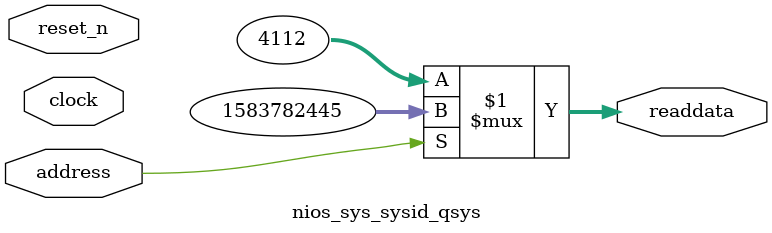
<source format=v>



// synthesis translate_off
`timescale 1ns / 1ps
// synthesis translate_on

// turn off superfluous verilog processor warnings 
// altera message_level Level1 
// altera message_off 10034 10035 10036 10037 10230 10240 10030 

module nios_sys_sysid_qsys (
               // inputs:
                address,
                clock,
                reset_n,

               // outputs:
                readdata
             )
;

  output  [ 31: 0] readdata;
  input            address;
  input            clock;
  input            reset_n;

  wire    [ 31: 0] readdata;
  //control_slave, which is an e_avalon_slave
  assign readdata = address ? 1583782445 : 4112;

endmodule



</source>
